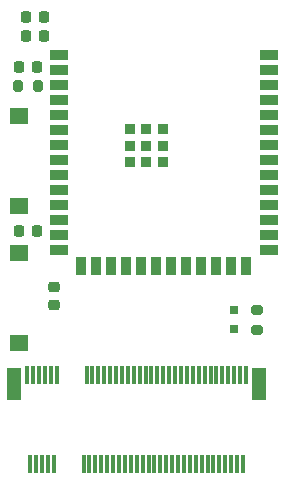
<source format=gbr>
%TF.GenerationSoftware,KiCad,Pcbnew,7.0.5*%
%TF.CreationDate,2023-09-25T03:15:30-05:00*%
%TF.ProjectId,Chimera_Nimean,4368696d-6572-4615-9f4e-696d65616e2e,rev?*%
%TF.SameCoordinates,Original*%
%TF.FileFunction,Paste,Top*%
%TF.FilePolarity,Positive*%
%FSLAX46Y46*%
G04 Gerber Fmt 4.6, Leading zero omitted, Abs format (unit mm)*
G04 Created by KiCad (PCBNEW 7.0.5) date 2023-09-25 03:15:30*
%MOMM*%
%LPD*%
G01*
G04 APERTURE LIST*
G04 Aperture macros list*
%AMRoundRect*
0 Rectangle with rounded corners*
0 $1 Rounding radius*
0 $2 $3 $4 $5 $6 $7 $8 $9 X,Y pos of 4 corners*
0 Add a 4 corners polygon primitive as box body*
4,1,4,$2,$3,$4,$5,$6,$7,$8,$9,$2,$3,0*
0 Add four circle primitives for the rounded corners*
1,1,$1+$1,$2,$3*
1,1,$1+$1,$4,$5*
1,1,$1+$1,$6,$7*
1,1,$1+$1,$8,$9*
0 Add four rect primitives between the rounded corners*
20,1,$1+$1,$2,$3,$4,$5,0*
20,1,$1+$1,$4,$5,$6,$7,0*
20,1,$1+$1,$6,$7,$8,$9,0*
20,1,$1+$1,$8,$9,$2,$3,0*%
G04 Aperture macros list end*
%ADD10RoundRect,0.225000X0.250000X-0.225000X0.250000X0.225000X-0.250000X0.225000X-0.250000X-0.225000X0*%
%ADD11RoundRect,0.225000X-0.225000X-0.250000X0.225000X-0.250000X0.225000X0.250000X-0.225000X0.250000X0*%
%ADD12R,0.800000X0.800000*%
%ADD13R,1.500000X1.400000*%
%ADD14R,1.300000X2.800000*%
%ADD15R,0.300000X1.550013*%
%ADD16R,0.300000X1.524003*%
%ADD17R,1.500000X0.900000*%
%ADD18R,0.900000X1.500000*%
%ADD19R,0.900000X0.900000*%
%ADD20RoundRect,0.225000X0.225000X0.250000X-0.225000X0.250000X-0.225000X-0.250000X0.225000X-0.250000X0*%
%ADD21RoundRect,0.200000X-0.200000X-0.275000X0.200000X-0.275000X0.200000X0.275000X-0.200000X0.275000X0*%
%ADD22RoundRect,0.200000X0.275000X-0.200000X0.275000X0.200000X-0.275000X0.200000X-0.275000X-0.200000X0*%
G04 APERTURE END LIST*
D10*
%TO.C,C5*%
X148000000Y-112600000D03*
X148000000Y-111050000D03*
%TD*%
D11*
%TO.C,C2*%
X145625000Y-88200000D03*
X147175000Y-88200000D03*
%TD*%
D12*
%TO.C,LED1*%
X163196571Y-113000533D03*
X163203429Y-114599467D03*
%TD*%
D13*
%TO.C,SW2*%
X145000000Y-115799848D03*
X145000000Y-108200152D03*
%TD*%
D14*
%TO.C,CN1*%
X144650051Y-119224918D03*
X165350077Y-119224918D03*
D15*
X145750128Y-118500000D03*
X146000064Y-126049912D03*
X146250000Y-118500000D03*
X146500191Y-126049912D03*
X146750128Y-118500000D03*
X147000064Y-126049912D03*
X147250000Y-118500000D03*
X147500191Y-126049912D03*
X147750128Y-118500000D03*
X148000064Y-126049912D03*
X148250000Y-118500000D03*
X150500191Y-126049912D03*
X150750128Y-118500000D03*
X151000064Y-126049912D03*
X151250000Y-118500000D03*
X151500191Y-126049912D03*
X151750128Y-118500000D03*
X152000064Y-126049912D03*
X152250000Y-118500000D03*
X152500191Y-126049912D03*
X152750128Y-118500000D03*
X153000064Y-126049912D03*
X153250000Y-118500000D03*
X153500191Y-126049912D03*
X153750128Y-118500000D03*
X154000064Y-126049912D03*
X154250000Y-118500000D03*
X154500191Y-126049912D03*
X154750128Y-118500000D03*
X155000064Y-126049912D03*
X155250000Y-118500000D03*
X155500191Y-126049912D03*
X155750128Y-118500000D03*
X156000064Y-126049658D03*
X156250000Y-118500000D03*
X156500191Y-126049658D03*
X156750128Y-118500000D03*
X157000064Y-126049658D03*
X157250000Y-118500000D03*
X157500191Y-126049658D03*
X157750128Y-118500000D03*
X158000064Y-126049658D03*
X158250000Y-118500000D03*
X158500191Y-126049658D03*
X158750128Y-118500000D03*
X159000064Y-126049658D03*
X159250000Y-118500000D03*
X159500191Y-126049658D03*
X159750128Y-118500000D03*
X160000064Y-126049658D03*
X162250000Y-118500000D03*
X162500191Y-126049658D03*
X162750128Y-118500000D03*
X163000064Y-126049658D03*
X163250000Y-118500000D03*
X163500191Y-126049658D03*
X163750128Y-118500000D03*
X164000064Y-126049658D03*
X164250000Y-118500000D03*
D16*
X161750128Y-118499746D03*
X161250000Y-118499746D03*
X160750128Y-118499746D03*
X160250000Y-118499746D03*
X162000064Y-126049658D03*
X161500191Y-126049658D03*
X161000064Y-126049658D03*
X160500191Y-126049658D03*
%TD*%
D13*
%TO.C,SW1*%
X145000000Y-104199848D03*
X145000000Y-96600152D03*
%TD*%
D17*
%TO.C,U1*%
X148400406Y-91359982D03*
X148400406Y-92629985D03*
X148400406Y-93899987D03*
X148400406Y-95169990D03*
X148400406Y-96439992D03*
X148400406Y-97709995D03*
X148400406Y-98979997D03*
X148400406Y-100250000D03*
X148400406Y-101520002D03*
X148400406Y-102790005D03*
X148400406Y-104060007D03*
X148400406Y-105330010D03*
X148400406Y-106600013D03*
X148400406Y-107870015D03*
D18*
X150315316Y-109269304D03*
X151585319Y-109269304D03*
X152855321Y-109269304D03*
X154125324Y-109269304D03*
X155395326Y-109269304D03*
X156665329Y-109269304D03*
X157935331Y-109269304D03*
X159205334Y-109269304D03*
X160475336Y-109269304D03*
X161745339Y-109269304D03*
X163015341Y-109269304D03*
X164285344Y-109269304D03*
D17*
X166200000Y-107870015D03*
X166200000Y-106600013D03*
X166200000Y-105330010D03*
X166200000Y-104060007D03*
X166200000Y-102790005D03*
X166200000Y-101520002D03*
X166200000Y-100250000D03*
X166200000Y-98979997D03*
X166200000Y-97709995D03*
X166200000Y-96439992D03*
X166200000Y-95169990D03*
X166200000Y-93899987D03*
X166200000Y-92629985D03*
X166200000Y-91359982D03*
D19*
X155800711Y-99079566D03*
X154400660Y-99079566D03*
X157200762Y-99079566D03*
X157200762Y-97679515D03*
X155800711Y-97679515D03*
X154400660Y-97679515D03*
X154400660Y-100479616D03*
X155800711Y-100479616D03*
X157200762Y-100479616D03*
%TD*%
D20*
%TO.C,C3*%
X146575000Y-92400000D03*
X145025000Y-92400000D03*
%TD*%
D11*
%TO.C,C1*%
X145625000Y-89800000D03*
X147175000Y-89800000D03*
%TD*%
D21*
%TO.C,R1*%
X144975000Y-94000000D03*
X146625000Y-94000000D03*
%TD*%
D20*
%TO.C,C4*%
X146600000Y-106300000D03*
X145050000Y-106300000D03*
%TD*%
D22*
%TO.C,R2*%
X165200000Y-114650000D03*
X165200000Y-113000000D03*
%TD*%
M02*

</source>
